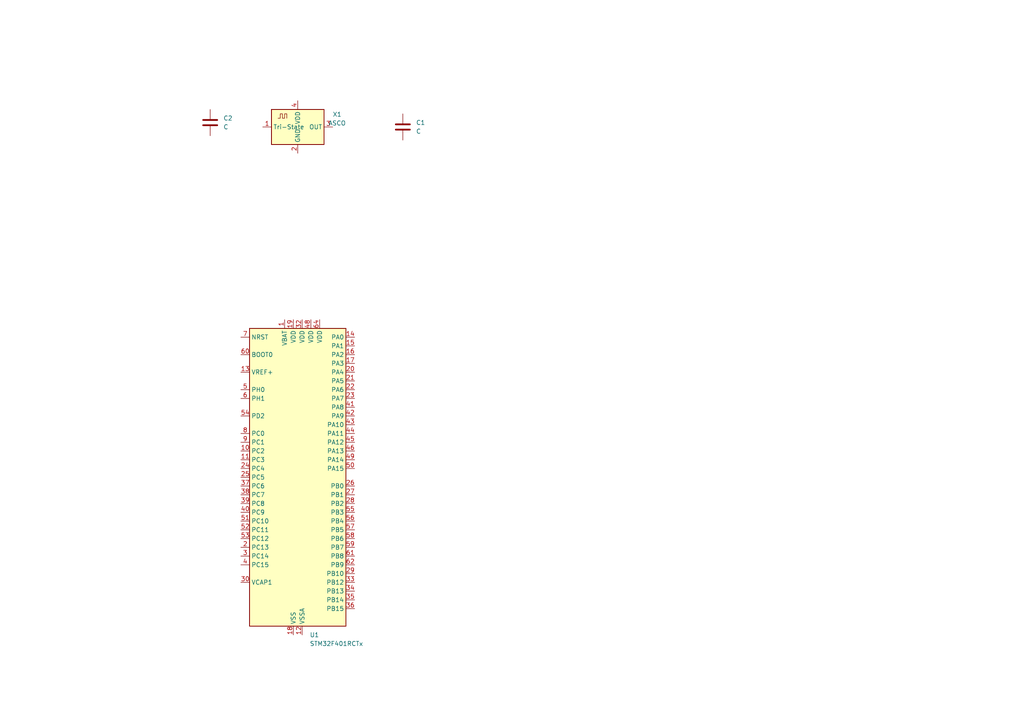
<source format=kicad_sch>
(kicad_sch
	(version 20231120)
	(generator "eeschema")
	(generator_version "8.0")
	(uuid "137c9f90-b510-4fed-bb2b-9c3b237f8a02")
	(paper "A4")
	(lib_symbols
		(symbol "Device:C"
			(pin_numbers hide)
			(pin_names
				(offset 0.254)
			)
			(exclude_from_sim no)
			(in_bom yes)
			(on_board yes)
			(property "Reference" "C"
				(at 0.635 2.54 0)
				(effects
					(font
						(size 1.27 1.27)
					)
					(justify left)
				)
			)
			(property "Value" "C"
				(at 0.635 -2.54 0)
				(effects
					(font
						(size 1.27 1.27)
					)
					(justify left)
				)
			)
			(property "Footprint" ""
				(at 0.9652 -3.81 0)
				(effects
					(font
						(size 1.27 1.27)
					)
					(hide yes)
				)
			)
			(property "Datasheet" "~"
				(at 0 0 0)
				(effects
					(font
						(size 1.27 1.27)
					)
					(hide yes)
				)
			)
			(property "Description" "Unpolarized capacitor"
				(at 0 0 0)
				(effects
					(font
						(size 1.27 1.27)
					)
					(hide yes)
				)
			)
			(property "ki_keywords" "cap capacitor"
				(at 0 0 0)
				(effects
					(font
						(size 1.27 1.27)
					)
					(hide yes)
				)
			)
			(property "ki_fp_filters" "C_*"
				(at 0 0 0)
				(effects
					(font
						(size 1.27 1.27)
					)
					(hide yes)
				)
			)
			(symbol "C_0_1"
				(polyline
					(pts
						(xy -2.032 -0.762) (xy 2.032 -0.762)
					)
					(stroke
						(width 0.508)
						(type default)
					)
					(fill
						(type none)
					)
				)
				(polyline
					(pts
						(xy -2.032 0.762) (xy 2.032 0.762)
					)
					(stroke
						(width 0.508)
						(type default)
					)
					(fill
						(type none)
					)
				)
			)
			(symbol "C_1_1"
				(pin passive line
					(at 0 3.81 270)
					(length 2.794)
					(name "~"
						(effects
							(font
								(size 1.27 1.27)
							)
						)
					)
					(number "1"
						(effects
							(font
								(size 1.27 1.27)
							)
						)
					)
				)
				(pin passive line
					(at 0 -3.81 90)
					(length 2.794)
					(name "~"
						(effects
							(font
								(size 1.27 1.27)
							)
						)
					)
					(number "2"
						(effects
							(font
								(size 1.27 1.27)
							)
						)
					)
				)
			)
		)
		(symbol "MCU_ST_STM32F4:STM32F401RCTx"
			(exclude_from_sim no)
			(in_bom yes)
			(on_board yes)
			(property "Reference" "U"
				(at -12.7 44.45 0)
				(effects
					(font
						(size 1.27 1.27)
					)
					(justify left)
				)
			)
			(property "Value" "STM32F401RCTx"
				(at 10.16 44.45 0)
				(effects
					(font
						(size 1.27 1.27)
					)
					(justify left)
				)
			)
			(property "Footprint" "Package_QFP:LQFP-64_10x10mm_P0.5mm"
				(at -12.7 -43.18 0)
				(effects
					(font
						(size 1.27 1.27)
					)
					(justify right)
					(hide yes)
				)
			)
			(property "Datasheet" "https://www.st.com/resource/en/datasheet/stm32f401rc.pdf"
				(at 0 0 0)
				(effects
					(font
						(size 1.27 1.27)
					)
					(hide yes)
				)
			)
			(property "Description" "STMicroelectronics Arm Cortex-M4 MCU, 256KB flash, 64KB RAM, 84 MHz, 1.7-3.6V, 50 GPIO, LQFP64"
				(at 0 0 0)
				(effects
					(font
						(size 1.27 1.27)
					)
					(hide yes)
				)
			)
			(property "ki_locked" ""
				(at 0 0 0)
				(effects
					(font
						(size 1.27 1.27)
					)
				)
			)
			(property "ki_keywords" "Arm Cortex-M4 STM32F4 STM32F401"
				(at 0 0 0)
				(effects
					(font
						(size 1.27 1.27)
					)
					(hide yes)
				)
			)
			(property "ki_fp_filters" "LQFP*10x10mm*P0.5mm*"
				(at 0 0 0)
				(effects
					(font
						(size 1.27 1.27)
					)
					(hide yes)
				)
			)
			(symbol "STM32F401RCTx_0_1"
				(rectangle
					(start -12.7 -43.18)
					(end 15.24 43.18)
					(stroke
						(width 0.254)
						(type default)
					)
					(fill
						(type background)
					)
				)
			)
			(symbol "STM32F401RCTx_1_1"
				(pin power_in line
					(at -2.54 45.72 270)
					(length 2.54)
					(name "VBAT"
						(effects
							(font
								(size 1.27 1.27)
							)
						)
					)
					(number "1"
						(effects
							(font
								(size 1.27 1.27)
							)
						)
					)
				)
				(pin bidirectional line
					(at -15.24 7.62 0)
					(length 2.54)
					(name "PC2"
						(effects
							(font
								(size 1.27 1.27)
							)
						)
					)
					(number "10"
						(effects
							(font
								(size 1.27 1.27)
							)
						)
					)
					(alternate "ADC1_IN12" bidirectional line)
					(alternate "I2S2_ext_SD" bidirectional line)
					(alternate "SPI2_MISO" bidirectional line)
				)
				(pin bidirectional line
					(at -15.24 5.08 0)
					(length 2.54)
					(name "PC3"
						(effects
							(font
								(size 1.27 1.27)
							)
						)
					)
					(number "11"
						(effects
							(font
								(size 1.27 1.27)
							)
						)
					)
					(alternate "ADC1_IN13" bidirectional line)
					(alternate "I2S2_SD" bidirectional line)
					(alternate "SPI2_MOSI" bidirectional line)
				)
				(pin power_in line
					(at 2.54 -45.72 90)
					(length 2.54)
					(name "VSSA"
						(effects
							(font
								(size 1.27 1.27)
							)
						)
					)
					(number "12"
						(effects
							(font
								(size 1.27 1.27)
							)
						)
					)
				)
				(pin input line
					(at -15.24 30.48 0)
					(length 2.54)
					(name "VREF+"
						(effects
							(font
								(size 1.27 1.27)
							)
						)
					)
					(number "13"
						(effects
							(font
								(size 1.27 1.27)
							)
						)
					)
				)
				(pin bidirectional line
					(at 17.78 40.64 180)
					(length 2.54)
					(name "PA0"
						(effects
							(font
								(size 1.27 1.27)
							)
						)
					)
					(number "14"
						(effects
							(font
								(size 1.27 1.27)
							)
						)
					)
					(alternate "ADC1_IN0" bidirectional line)
					(alternate "SYS_WKUP" bidirectional line)
					(alternate "TIM2_CH1" bidirectional line)
					(alternate "TIM2_ETR" bidirectional line)
					(alternate "TIM5_CH1" bidirectional line)
					(alternate "USART2_CTS" bidirectional line)
				)
				(pin bidirectional line
					(at 17.78 38.1 180)
					(length 2.54)
					(name "PA1"
						(effects
							(font
								(size 1.27 1.27)
							)
						)
					)
					(number "15"
						(effects
							(font
								(size 1.27 1.27)
							)
						)
					)
					(alternate "ADC1_IN1" bidirectional line)
					(alternate "TIM2_CH2" bidirectional line)
					(alternate "TIM5_CH2" bidirectional line)
					(alternate "USART2_RTS" bidirectional line)
				)
				(pin bidirectional line
					(at 17.78 35.56 180)
					(length 2.54)
					(name "PA2"
						(effects
							(font
								(size 1.27 1.27)
							)
						)
					)
					(number "16"
						(effects
							(font
								(size 1.27 1.27)
							)
						)
					)
					(alternate "ADC1_IN2" bidirectional line)
					(alternate "TIM2_CH3" bidirectional line)
					(alternate "TIM5_CH3" bidirectional line)
					(alternate "TIM9_CH1" bidirectional line)
					(alternate "USART2_TX" bidirectional line)
				)
				(pin bidirectional line
					(at 17.78 33.02 180)
					(length 2.54)
					(name "PA3"
						(effects
							(font
								(size 1.27 1.27)
							)
						)
					)
					(number "17"
						(effects
							(font
								(size 1.27 1.27)
							)
						)
					)
					(alternate "ADC1_IN3" bidirectional line)
					(alternate "TIM2_CH4" bidirectional line)
					(alternate "TIM5_CH4" bidirectional line)
					(alternate "TIM9_CH2" bidirectional line)
					(alternate "USART2_RX" bidirectional line)
				)
				(pin power_in line
					(at 0 -45.72 90)
					(length 2.54)
					(name "VSS"
						(effects
							(font
								(size 1.27 1.27)
							)
						)
					)
					(number "18"
						(effects
							(font
								(size 1.27 1.27)
							)
						)
					)
				)
				(pin power_in line
					(at 0 45.72 270)
					(length 2.54)
					(name "VDD"
						(effects
							(font
								(size 1.27 1.27)
							)
						)
					)
					(number "19"
						(effects
							(font
								(size 1.27 1.27)
							)
						)
					)
				)
				(pin bidirectional line
					(at -15.24 -20.32 0)
					(length 2.54)
					(name "PC13"
						(effects
							(font
								(size 1.27 1.27)
							)
						)
					)
					(number "2"
						(effects
							(font
								(size 1.27 1.27)
							)
						)
					)
					(alternate "RTC_AF1" bidirectional line)
				)
				(pin bidirectional line
					(at 17.78 30.48 180)
					(length 2.54)
					(name "PA4"
						(effects
							(font
								(size 1.27 1.27)
							)
						)
					)
					(number "20"
						(effects
							(font
								(size 1.27 1.27)
							)
						)
					)
					(alternate "ADC1_IN4" bidirectional line)
					(alternate "I2S3_WS" bidirectional line)
					(alternate "SPI1_NSS" bidirectional line)
					(alternate "SPI3_NSS" bidirectional line)
					(alternate "USART2_CK" bidirectional line)
				)
				(pin bidirectional line
					(at 17.78 27.94 180)
					(length 2.54)
					(name "PA5"
						(effects
							(font
								(size 1.27 1.27)
							)
						)
					)
					(number "21"
						(effects
							(font
								(size 1.27 1.27)
							)
						)
					)
					(alternate "ADC1_IN5" bidirectional line)
					(alternate "SPI1_SCK" bidirectional line)
					(alternate "TIM2_CH1" bidirectional line)
					(alternate "TIM2_ETR" bidirectional line)
				)
				(pin bidirectional line
					(at 17.78 25.4 180)
					(length 2.54)
					(name "PA6"
						(effects
							(font
								(size 1.27 1.27)
							)
						)
					)
					(number "22"
						(effects
							(font
								(size 1.27 1.27)
							)
						)
					)
					(alternate "ADC1_IN6" bidirectional line)
					(alternate "SPI1_MISO" bidirectional line)
					(alternate "TIM1_BKIN" bidirectional line)
					(alternate "TIM3_CH1" bidirectional line)
				)
				(pin bidirectional line
					(at 17.78 22.86 180)
					(length 2.54)
					(name "PA7"
						(effects
							(font
								(size 1.27 1.27)
							)
						)
					)
					(number "23"
						(effects
							(font
								(size 1.27 1.27)
							)
						)
					)
					(alternate "ADC1_IN7" bidirectional line)
					(alternate "SPI1_MOSI" bidirectional line)
					(alternate "TIM1_CH1N" bidirectional line)
					(alternate "TIM3_CH2" bidirectional line)
				)
				(pin bidirectional line
					(at -15.24 2.54 0)
					(length 2.54)
					(name "PC4"
						(effects
							(font
								(size 1.27 1.27)
							)
						)
					)
					(number "24"
						(effects
							(font
								(size 1.27 1.27)
							)
						)
					)
					(alternate "ADC1_IN14" bidirectional line)
				)
				(pin bidirectional line
					(at -15.24 0 0)
					(length 2.54)
					(name "PC5"
						(effects
							(font
								(size 1.27 1.27)
							)
						)
					)
					(number "25"
						(effects
							(font
								(size 1.27 1.27)
							)
						)
					)
					(alternate "ADC1_IN15" bidirectional line)
				)
				(pin bidirectional line
					(at 17.78 -2.54 180)
					(length 2.54)
					(name "PB0"
						(effects
							(font
								(size 1.27 1.27)
							)
						)
					)
					(number "26"
						(effects
							(font
								(size 1.27 1.27)
							)
						)
					)
					(alternate "ADC1_IN8" bidirectional line)
					(alternate "TIM1_CH2N" bidirectional line)
					(alternate "TIM3_CH3" bidirectional line)
				)
				(pin bidirectional line
					(at 17.78 -5.08 180)
					(length 2.54)
					(name "PB1"
						(effects
							(font
								(size 1.27 1.27)
							)
						)
					)
					(number "27"
						(effects
							(font
								(size 1.27 1.27)
							)
						)
					)
					(alternate "ADC1_IN9" bidirectional line)
					(alternate "TIM1_CH3N" bidirectional line)
					(alternate "TIM3_CH4" bidirectional line)
				)
				(pin bidirectional line
					(at 17.78 -7.62 180)
					(length 2.54)
					(name "PB2"
						(effects
							(font
								(size 1.27 1.27)
							)
						)
					)
					(number "28"
						(effects
							(font
								(size 1.27 1.27)
							)
						)
					)
				)
				(pin bidirectional line
					(at 17.78 -27.94 180)
					(length 2.54)
					(name "PB10"
						(effects
							(font
								(size 1.27 1.27)
							)
						)
					)
					(number "29"
						(effects
							(font
								(size 1.27 1.27)
							)
						)
					)
					(alternate "I2C2_SCL" bidirectional line)
					(alternate "I2S2_CK" bidirectional line)
					(alternate "SPI2_SCK" bidirectional line)
					(alternate "TIM2_CH3" bidirectional line)
				)
				(pin bidirectional line
					(at -15.24 -22.86 0)
					(length 2.54)
					(name "PC14"
						(effects
							(font
								(size 1.27 1.27)
							)
						)
					)
					(number "3"
						(effects
							(font
								(size 1.27 1.27)
							)
						)
					)
					(alternate "RCC_OSC32_IN" bidirectional line)
				)
				(pin power_out line
					(at -15.24 -30.48 0)
					(length 2.54)
					(name "VCAP1"
						(effects
							(font
								(size 1.27 1.27)
							)
						)
					)
					(number "30"
						(effects
							(font
								(size 1.27 1.27)
							)
						)
					)
				)
				(pin passive line
					(at 0 -45.72 90)
					(length 2.54) hide
					(name "VSS"
						(effects
							(font
								(size 1.27 1.27)
							)
						)
					)
					(number "31"
						(effects
							(font
								(size 1.27 1.27)
							)
						)
					)
				)
				(pin power_in line
					(at 2.54 45.72 270)
					(length 2.54)
					(name "VDD"
						(effects
							(font
								(size 1.27 1.27)
							)
						)
					)
					(number "32"
						(effects
							(font
								(size 1.27 1.27)
							)
						)
					)
				)
				(pin bidirectional line
					(at 17.78 -30.48 180)
					(length 2.54)
					(name "PB12"
						(effects
							(font
								(size 1.27 1.27)
							)
						)
					)
					(number "33"
						(effects
							(font
								(size 1.27 1.27)
							)
						)
					)
					(alternate "I2C2_SMBA" bidirectional line)
					(alternate "I2S2_WS" bidirectional line)
					(alternate "SPI2_NSS" bidirectional line)
					(alternate "TIM1_BKIN" bidirectional line)
				)
				(pin bidirectional line
					(at 17.78 -33.02 180)
					(length 2.54)
					(name "PB13"
						(effects
							(font
								(size 1.27 1.27)
							)
						)
					)
					(number "34"
						(effects
							(font
								(size 1.27 1.27)
							)
						)
					)
					(alternate "I2S2_CK" bidirectional line)
					(alternate "SPI2_SCK" bidirectional line)
					(alternate "TIM1_CH1N" bidirectional line)
				)
				(pin bidirectional line
					(at 17.78 -35.56 180)
					(length 2.54)
					(name "PB14"
						(effects
							(font
								(size 1.27 1.27)
							)
						)
					)
					(number "35"
						(effects
							(font
								(size 1.27 1.27)
							)
						)
					)
					(alternate "I2S2_ext_SD" bidirectional line)
					(alternate "SPI2_MISO" bidirectional line)
					(alternate "TIM1_CH2N" bidirectional line)
				)
				(pin bidirectional line
					(at 17.78 -38.1 180)
					(length 2.54)
					(name "PB15"
						(effects
							(font
								(size 1.27 1.27)
							)
						)
					)
					(number "36"
						(effects
							(font
								(size 1.27 1.27)
							)
						)
					)
					(alternate "ADC1_EXTI15" bidirectional line)
					(alternate "I2S2_SD" bidirectional line)
					(alternate "RTC_REFIN" bidirectional line)
					(alternate "SPI2_MOSI" bidirectional line)
					(alternate "TIM1_CH3N" bidirectional line)
				)
				(pin bidirectional line
					(at -15.24 -2.54 0)
					(length 2.54)
					(name "PC6"
						(effects
							(font
								(size 1.27 1.27)
							)
						)
					)
					(number "37"
						(effects
							(font
								(size 1.27 1.27)
							)
						)
					)
					(alternate "I2S2_MCK" bidirectional line)
					(alternate "SDIO_D6" bidirectional line)
					(alternate "TIM3_CH1" bidirectional line)
					(alternate "USART6_TX" bidirectional line)
				)
				(pin bidirectional line
					(at -15.24 -5.08 0)
					(length 2.54)
					(name "PC7"
						(effects
							(font
								(size 1.27 1.27)
							)
						)
					)
					(number "38"
						(effects
							(font
								(size 1.27 1.27)
							)
						)
					)
					(alternate "I2S3_MCK" bidirectional line)
					(alternate "SDIO_D7" bidirectional line)
					(alternate "TIM3_CH2" bidirectional line)
					(alternate "USART6_RX" bidirectional line)
				)
				(pin bidirectional line
					(at -15.24 -7.62 0)
					(length 2.54)
					(name "PC8"
						(effects
							(font
								(size 1.27 1.27)
							)
						)
					)
					(number "39"
						(effects
							(font
								(size 1.27 1.27)
							)
						)
					)
					(alternate "SDIO_D0" bidirectional line)
					(alternate "TIM3_CH3" bidirectional line)
					(alternate "USART6_CK" bidirectional line)
				)
				(pin bidirectional line
					(at -15.24 -25.4 0)
					(length 2.54)
					(name "PC15"
						(effects
							(font
								(size 1.27 1.27)
							)
						)
					)
					(number "4"
						(effects
							(font
								(size 1.27 1.27)
							)
						)
					)
					(alternate "ADC1_EXTI15" bidirectional line)
					(alternate "RCC_OSC32_OUT" bidirectional line)
				)
				(pin bidirectional line
					(at -15.24 -10.16 0)
					(length 2.54)
					(name "PC9"
						(effects
							(font
								(size 1.27 1.27)
							)
						)
					)
					(number "40"
						(effects
							(font
								(size 1.27 1.27)
							)
						)
					)
					(alternate "I2C3_SDA" bidirectional line)
					(alternate "I2S_CKIN" bidirectional line)
					(alternate "RCC_MCO_2" bidirectional line)
					(alternate "SDIO_D1" bidirectional line)
					(alternate "TIM3_CH4" bidirectional line)
				)
				(pin bidirectional line
					(at 17.78 20.32 180)
					(length 2.54)
					(name "PA8"
						(effects
							(font
								(size 1.27 1.27)
							)
						)
					)
					(number "41"
						(effects
							(font
								(size 1.27 1.27)
							)
						)
					)
					(alternate "I2C3_SCL" bidirectional line)
					(alternate "RCC_MCO_1" bidirectional line)
					(alternate "TIM1_CH1" bidirectional line)
					(alternate "USART1_CK" bidirectional line)
					(alternate "USB_OTG_FS_SOF" bidirectional line)
				)
				(pin bidirectional line
					(at 17.78 17.78 180)
					(length 2.54)
					(name "PA9"
						(effects
							(font
								(size 1.27 1.27)
							)
						)
					)
					(number "42"
						(effects
							(font
								(size 1.27 1.27)
							)
						)
					)
					(alternate "I2C3_SMBA" bidirectional line)
					(alternate "TIM1_CH2" bidirectional line)
					(alternate "USART1_TX" bidirectional line)
					(alternate "USB_OTG_FS_VBUS" bidirectional line)
				)
				(pin bidirectional line
					(at 17.78 15.24 180)
					(length 2.54)
					(name "PA10"
						(effects
							(font
								(size 1.27 1.27)
							)
						)
					)
					(number "43"
						(effects
							(font
								(size 1.27 1.27)
							)
						)
					)
					(alternate "TIM1_CH3" bidirectional line)
					(alternate "USART1_RX" bidirectional line)
					(alternate "USB_OTG_FS_ID" bidirectional line)
				)
				(pin bidirectional line
					(at 17.78 12.7 180)
					(length 2.54)
					(name "PA11"
						(effects
							(font
								(size 1.27 1.27)
							)
						)
					)
					(number "44"
						(effects
							(font
								(size 1.27 1.27)
							)
						)
					)
					(alternate "ADC1_EXTI11" bidirectional line)
					(alternate "TIM1_CH4" bidirectional line)
					(alternate "USART1_CTS" bidirectional line)
					(alternate "USART6_TX" bidirectional line)
					(alternate "USB_OTG_FS_DM" bidirectional line)
				)
				(pin bidirectional line
					(at 17.78 10.16 180)
					(length 2.54)
					(name "PA12"
						(effects
							(font
								(size 1.27 1.27)
							)
						)
					)
					(number "45"
						(effects
							(font
								(size 1.27 1.27)
							)
						)
					)
					(alternate "TIM1_ETR" bidirectional line)
					(alternate "USART1_RTS" bidirectional line)
					(alternate "USART6_RX" bidirectional line)
					(alternate "USB_OTG_FS_DP" bidirectional line)
				)
				(pin bidirectional line
					(at 17.78 7.62 180)
					(length 2.54)
					(name "PA13"
						(effects
							(font
								(size 1.27 1.27)
							)
						)
					)
					(number "46"
						(effects
							(font
								(size 1.27 1.27)
							)
						)
					)
					(alternate "SYS_JTMS-SWDIO" bidirectional line)
				)
				(pin passive line
					(at 0 -45.72 90)
					(length 2.54) hide
					(name "VSS"
						(effects
							(font
								(size 1.27 1.27)
							)
						)
					)
					(number "47"
						(effects
							(font
								(size 1.27 1.27)
							)
						)
					)
				)
				(pin power_in line
					(at 5.08 45.72 270)
					(length 2.54)
					(name "VDD"
						(effects
							(font
								(size 1.27 1.27)
							)
						)
					)
					(number "48"
						(effects
							(font
								(size 1.27 1.27)
							)
						)
					)
				)
				(pin bidirectional line
					(at 17.78 5.08 180)
					(length 2.54)
					(name "PA14"
						(effects
							(font
								(size 1.27 1.27)
							)
						)
					)
					(number "49"
						(effects
							(font
								(size 1.27 1.27)
							)
						)
					)
					(alternate "SYS_JTCK-SWCLK" bidirectional line)
				)
				(pin bidirectional line
					(at -15.24 25.4 0)
					(length 2.54)
					(name "PH0"
						(effects
							(font
								(size 1.27 1.27)
							)
						)
					)
					(number "5"
						(effects
							(font
								(size 1.27 1.27)
							)
						)
					)
					(alternate "RCC_OSC_IN" bidirectional line)
				)
				(pin bidirectional line
					(at 17.78 2.54 180)
					(length 2.54)
					(name "PA15"
						(effects
							(font
								(size 1.27 1.27)
							)
						)
					)
					(number "50"
						(effects
							(font
								(size 1.27 1.27)
							)
						)
					)
					(alternate "ADC1_EXTI15" bidirectional line)
					(alternate "I2S3_WS" bidirectional line)
					(alternate "SPI1_NSS" bidirectional line)
					(alternate "SPI3_NSS" bidirectional line)
					(alternate "SYS_JTDI" bidirectional line)
					(alternate "TIM2_CH1" bidirectional line)
					(alternate "TIM2_ETR" bidirectional line)
				)
				(pin bidirectional line
					(at -15.24 -12.7 0)
					(length 2.54)
					(name "PC10"
						(effects
							(font
								(size 1.27 1.27)
							)
						)
					)
					(number "51"
						(effects
							(font
								(size 1.27 1.27)
							)
						)
					)
					(alternate "I2S3_CK" bidirectional line)
					(alternate "SDIO_D2" bidirectional line)
					(alternate "SPI3_SCK" bidirectional line)
				)
				(pin bidirectional line
					(at -15.24 -15.24 0)
					(length 2.54)
					(name "PC11"
						(effects
							(font
								(size 1.27 1.27)
							)
						)
					)
					(number "52"
						(effects
							(font
								(size 1.27 1.27)
							)
						)
					)
					(alternate "ADC1_EXTI11" bidirectional line)
					(alternate "I2S3_ext_SD" bidirectional line)
					(alternate "SDIO_D3" bidirectional line)
					(alternate "SPI3_MISO" bidirectional line)
				)
				(pin bidirectional line
					(at -15.24 -17.78 0)
					(length 2.54)
					(name "PC12"
						(effects
							(font
								(size 1.27 1.27)
							)
						)
					)
					(number "53"
						(effects
							(font
								(size 1.27 1.27)
							)
						)
					)
					(alternate "I2S3_SD" bidirectional line)
					(alternate "SDIO_CK" bidirectional line)
					(alternate "SPI3_MOSI" bidirectional line)
				)
				(pin bidirectional line
					(at -15.24 17.78 0)
					(length 2.54)
					(name "PD2"
						(effects
							(font
								(size 1.27 1.27)
							)
						)
					)
					(number "54"
						(effects
							(font
								(size 1.27 1.27)
							)
						)
					)
					(alternate "SDIO_CMD" bidirectional line)
					(alternate "TIM3_ETR" bidirectional line)
				)
				(pin bidirectional line
					(at 17.78 -10.16 180)
					(length 2.54)
					(name "PB3"
						(effects
							(font
								(size 1.27 1.27)
							)
						)
					)
					(number "55"
						(effects
							(font
								(size 1.27 1.27)
							)
						)
					)
					(alternate "I2C2_SDA" bidirectional line)
					(alternate "I2S3_CK" bidirectional line)
					(alternate "SPI1_SCK" bidirectional line)
					(alternate "SPI3_SCK" bidirectional line)
					(alternate "SYS_JTDO-SWO" bidirectional line)
					(alternate "TIM2_CH2" bidirectional line)
				)
				(pin bidirectional line
					(at 17.78 -12.7 180)
					(length 2.54)
					(name "PB4"
						(effects
							(font
								(size 1.27 1.27)
							)
						)
					)
					(number "56"
						(effects
							(font
								(size 1.27 1.27)
							)
						)
					)
					(alternate "I2C3_SDA" bidirectional line)
					(alternate "I2S3_ext_SD" bidirectional line)
					(alternate "SPI1_MISO" bidirectional line)
					(alternate "SPI3_MISO" bidirectional line)
					(alternate "SYS_JTRST" bidirectional line)
					(alternate "TIM3_CH1" bidirectional line)
				)
				(pin bidirectional line
					(at 17.78 -15.24 180)
					(length 2.54)
					(name "PB5"
						(effects
							(font
								(size 1.27 1.27)
							)
						)
					)
					(number "57"
						(effects
							(font
								(size 1.27 1.27)
							)
						)
					)
					(alternate "I2C1_SMBA" bidirectional line)
					(alternate "I2S3_SD" bidirectional line)
					(alternate "SPI1_MOSI" bidirectional line)
					(alternate "SPI3_MOSI" bidirectional line)
					(alternate "TIM3_CH2" bidirectional line)
				)
				(pin bidirectional line
					(at 17.78 -17.78 180)
					(length 2.54)
					(name "PB6"
						(effects
							(font
								(size 1.27 1.27)
							)
						)
					)
					(number "58"
						(effects
							(font
								(size 1.27 1.27)
							)
						)
					)
					(alternate "I2C1_SCL" bidirectional line)
					(alternate "TIM4_CH1" bidirectional line)
					(alternate "USART1_TX" bidirectional line)
				)
				(pin bidirectional line
					(at 17.78 -20.32 180)
					(length 2.54)
					(name "PB7"
						(effects
							(font
								(size 1.27 1.27)
							)
						)
					)
					(number "59"
						(effects
							(font
								(size 1.27 1.27)
							)
						)
					)
					(alternate "I2C1_SDA" bidirectional line)
					(alternate "TIM4_CH2" bidirectional line)
					(alternate "USART1_RX" bidirectional line)
				)
				(pin bidirectional line
					(at -15.24 22.86 0)
					(length 2.54)
					(name "PH1"
						(effects
							(font
								(size 1.27 1.27)
							)
						)
					)
					(number "6"
						(effects
							(font
								(size 1.27 1.27)
							)
						)
					)
					(alternate "RCC_OSC_OUT" bidirectional line)
				)
				(pin input line
					(at -15.24 35.56 0)
					(length 2.54)
					(name "BOOT0"
						(effects
							(font
								(size 1.27 1.27)
							)
						)
					)
					(number "60"
						(effects
							(font
								(size 1.27 1.27)
							)
						)
					)
				)
				(pin bidirectional line
					(at 17.78 -22.86 180)
					(length 2.54)
					(name "PB8"
						(effects
							(font
								(size 1.27 1.27)
							)
						)
					)
					(number "61"
						(effects
							(font
								(size 1.27 1.27)
							)
						)
					)
					(alternate "I2C1_SCL" bidirectional line)
					(alternate "SDIO_D4" bidirectional line)
					(alternate "TIM10_CH1" bidirectional line)
					(alternate "TIM4_CH3" bidirectional line)
				)
				(pin bidirectional line
					(at 17.78 -25.4 180)
					(length 2.54)
					(name "PB9"
						(effects
							(font
								(size 1.27 1.27)
							)
						)
					)
					(number "62"
						(effects
							(font
								(size 1.27 1.27)
							)
						)
					)
					(alternate "I2C1_SDA" bidirectional line)
					(alternate "I2S2_WS" bidirectional line)
					(alternate "SDIO_D5" bidirectional line)
					(alternate "SPI2_NSS" bidirectional line)
					(alternate "TIM11_CH1" bidirectional line)
					(alternate "TIM4_CH4" bidirectional line)
				)
				(pin passive line
					(at 0 -45.72 90)
					(length 2.54) hide
					(name "VSS"
						(effects
							(font
								(size 1.27 1.27)
							)
						)
					)
					(number "63"
						(effects
							(font
								(size 1.27 1.27)
							)
						)
					)
				)
				(pin power_in line
					(at 7.62 45.72 270)
					(length 2.54)
					(name "VDD"
						(effects
							(font
								(size 1.27 1.27)
							)
						)
					)
					(number "64"
						(effects
							(font
								(size 1.27 1.27)
							)
						)
					)
				)
				(pin input line
					(at -15.24 40.64 0)
					(length 2.54)
					(name "NRST"
						(effects
							(font
								(size 1.27 1.27)
							)
						)
					)
					(number "7"
						(effects
							(font
								(size 1.27 1.27)
							)
						)
					)
				)
				(pin bidirectional line
					(at -15.24 12.7 0)
					(length 2.54)
					(name "PC0"
						(effects
							(font
								(size 1.27 1.27)
							)
						)
					)
					(number "8"
						(effects
							(font
								(size 1.27 1.27)
							)
						)
					)
					(alternate "ADC1_IN10" bidirectional line)
				)
				(pin bidirectional line
					(at -15.24 10.16 0)
					(length 2.54)
					(name "PC1"
						(effects
							(font
								(size 1.27 1.27)
							)
						)
					)
					(number "9"
						(effects
							(font
								(size 1.27 1.27)
							)
						)
					)
					(alternate "ADC1_IN11" bidirectional line)
				)
			)
		)
		(symbol "Oscillator:ASCO"
			(exclude_from_sim no)
			(in_bom yes)
			(on_board yes)
			(property "Reference" "X"
				(at -7.62 6.35 0)
				(effects
					(font
						(size 1.27 1.27)
					)
					(justify left)
				)
			)
			(property "Value" "ASCO"
				(at 1.27 -6.35 0)
				(effects
					(font
						(size 1.27 1.27)
					)
					(justify left)
				)
			)
			(property "Footprint" "Oscillator:Oscillator_SMD_Abracon_ASCO-4Pin_1.6x1.2mm"
				(at 2.54 -8.89 0)
				(effects
					(font
						(size 1.27 1.27)
					)
					(hide yes)
				)
			)
			(property "Datasheet" "https://abracon.com/Oscillators/ASCO.pdf"
				(at -5.715 3.175 0)
				(effects
					(font
						(size 1.27 1.27)
					)
					(hide yes)
				)
			)
			(property "Description" "Crystal Clock Oscillator, Abracon ASCO"
				(at 0 0 0)
				(effects
					(font
						(size 1.27 1.27)
					)
					(hide yes)
				)
			)
			(property "ki_keywords" "Crystal Clock Oscillator"
				(at 0 0 0)
				(effects
					(font
						(size 1.27 1.27)
					)
					(hide yes)
				)
			)
			(property "ki_fp_filters" "Oscillator*Abracon*ASCO*1.6x1.2mm*"
				(at 0 0 0)
				(effects
					(font
						(size 1.27 1.27)
					)
					(hide yes)
				)
			)
			(symbol "ASCO_0_1"
				(rectangle
					(start -7.62 5.08)
					(end 7.62 -5.08)
					(stroke
						(width 0.254)
						(type default)
					)
					(fill
						(type background)
					)
				)
				(polyline
					(pts
						(xy -5.715 2.54) (xy -5.08 2.54) (xy -5.08 3.81) (xy -4.445 3.81) (xy -4.445 2.54) (xy -3.81 2.54)
						(xy -3.81 3.81) (xy -3.175 3.81) (xy -3.175 2.54)
					)
					(stroke
						(width 0)
						(type default)
					)
					(fill
						(type none)
					)
				)
			)
			(symbol "ASCO_1_1"
				(pin input line
					(at -10.16 0 0)
					(length 2.54)
					(name "Tri-State"
						(effects
							(font
								(size 1.27 1.27)
							)
						)
					)
					(number "1"
						(effects
							(font
								(size 1.27 1.27)
							)
						)
					)
				)
				(pin power_in line
					(at 0 -7.62 90)
					(length 2.54)
					(name "GND"
						(effects
							(font
								(size 1.27 1.27)
							)
						)
					)
					(number "2"
						(effects
							(font
								(size 1.27 1.27)
							)
						)
					)
				)
				(pin output line
					(at 10.16 0 180)
					(length 2.54)
					(name "OUT"
						(effects
							(font
								(size 1.27 1.27)
							)
						)
					)
					(number "3"
						(effects
							(font
								(size 1.27 1.27)
							)
						)
					)
				)
				(pin power_in line
					(at 0 7.62 270)
					(length 2.54)
					(name "VDD"
						(effects
							(font
								(size 1.27 1.27)
							)
						)
					)
					(number "4"
						(effects
							(font
								(size 1.27 1.27)
							)
						)
					)
				)
			)
		)
	)
	(symbol
		(lib_id "MCU_ST_STM32F4:STM32F401RCTx")
		(at 85.09 138.43 0)
		(unit 1)
		(exclude_from_sim no)
		(in_bom yes)
		(on_board yes)
		(dnp no)
		(fields_autoplaced yes)
		(uuid "339bd367-1ec0-458c-8e27-0a1b1c06169e")
		(property "Reference" "U1"
			(at 89.8241 184.15 0)
			(effects
				(font
					(size 1.27 1.27)
				)
				(justify left)
			)
		)
		(property "Value" "STM32F401RCTx"
			(at 89.8241 186.69 0)
			(effects
				(font
					(size 1.27 1.27)
				)
				(justify left)
			)
		)
		(property "Footprint" "Package_QFP:LQFP-64_10x10mm_P0.5mm"
			(at 72.39 181.61 0)
			(effects
				(font
					(size 1.27 1.27)
				)
				(justify right)
				(hide yes)
			)
		)
		(property "Datasheet" "https://www.st.com/resource/en/datasheet/stm32f401rc.pdf"
			(at 85.09 138.43 0)
			(effects
				(font
					(size 1.27 1.27)
				)
				(hide yes)
			)
		)
		(property "Description" "STMicroelectronics Arm Cortex-M4 MCU, 256KB flash, 64KB RAM, 84 MHz, 1.7-3.6V, 50 GPIO, LQFP64"
			(at 85.09 138.43 0)
			(effects
				(font
					(size 1.27 1.27)
				)
				(hide yes)
			)
		)
		(pin "36"
			(uuid "9992f3b4-a62d-4502-9197-dfc04fe7ef9d")
		)
		(pin "37"
			(uuid "f9ba062d-300b-44ac-bfd6-7c1c3851fff2")
		)
		(pin "14"
			(uuid "19ea3bb6-2c6f-421b-902b-0aa5226bd925")
		)
		(pin "38"
			(uuid "4eabe8f7-17f3-4af3-8740-d55aad00a6b7")
		)
		(pin "39"
			(uuid "c6940954-bd2b-4d78-bd83-1c934c2ff66c")
		)
		(pin "4"
			(uuid "06c78041-4744-4bfe-b0b7-8bba01bbf498")
		)
		(pin "40"
			(uuid "4f57581b-22aa-498d-b38a-fafea066b525")
		)
		(pin "41"
			(uuid "09cb4573-cb3f-4be7-be27-edade36d1b0c")
		)
		(pin "33"
			(uuid "a1299811-e147-492d-bb57-1e9ac8ee536d")
		)
		(pin "25"
			(uuid "a350d38b-3593-4412-a607-d37603ae1adc")
		)
		(pin "3"
			(uuid "72ec4a07-82fa-41a4-84a8-8275eb7db7cc")
		)
		(pin "10"
			(uuid "1647f3c4-8e5d-4e74-abcf-c713ff4dd57e")
		)
		(pin "17"
			(uuid "4cf04d25-dee0-449d-9390-4f3c93c28f4c")
		)
		(pin "19"
			(uuid "b1cae8d1-dc34-4698-bebb-f2909e641d40")
		)
		(pin "1"
			(uuid "e9ac32d7-7956-4f0e-942d-260c6e461c43")
		)
		(pin "13"
			(uuid "473f49d0-ba3c-4f3d-8695-f11df7b06721")
		)
		(pin "20"
			(uuid "c47afa48-e746-43d4-bd1a-a8d7464a7d78")
		)
		(pin "12"
			(uuid "791d2e04-8161-4e2b-ab9f-871c11d710e2")
		)
		(pin "21"
			(uuid "44d74f5a-0475-4d5f-9c9e-4b9fac53c92d")
		)
		(pin "2"
			(uuid "fc4ec1c6-1424-449a-a375-a2bcd8a9145b")
		)
		(pin "28"
			(uuid "215b93af-ae5d-40e9-b4b6-15b4b591afd4")
		)
		(pin "29"
			(uuid "5ad4c1fd-e355-457a-b9af-93d23bc6f486")
		)
		(pin "24"
			(uuid "a4abeb53-417a-4b8e-995c-7234c48fc292")
		)
		(pin "15"
			(uuid "62351e65-ad3a-4123-9f44-f780ea23c7b0")
		)
		(pin "22"
			(uuid "a8908ca1-eb1d-4579-8922-8e7fd8d29847")
		)
		(pin "11"
			(uuid "1ddf778d-b3bd-4671-b98d-aaddfa85b555")
		)
		(pin "23"
			(uuid "28df8778-c67c-4ceb-8ca9-a286a64f43e8")
		)
		(pin "18"
			(uuid "02a7eab5-2e8c-44ec-a3bd-3c647c52f582")
		)
		(pin "30"
			(uuid "4ba49a55-a349-4da0-9d60-6566387c4f63")
		)
		(pin "31"
			(uuid "04fcd47c-b971-4f0d-975b-0505db810267")
		)
		(pin "32"
			(uuid "c837040f-bba5-4a99-b1bb-1d19e01bbbd8")
		)
		(pin "34"
			(uuid "b4930494-a0a1-4235-afae-4acb86423ed3")
		)
		(pin "16"
			(uuid "14d7e716-51e0-42db-b5ed-d0aba7319acf")
		)
		(pin "26"
			(uuid "c4deaad6-897b-4980-b823-13aca42a9501")
		)
		(pin "35"
			(uuid "3a22c7e2-08ee-4e5f-bf52-713c36d3b93f")
		)
		(pin "27"
			(uuid "33c3c28e-7120-460d-8f2c-8241eb93016a")
		)
		(pin "49"
			(uuid "3613f239-b44d-4769-8929-c7c901afafbb")
		)
		(pin "60"
			(uuid "557d50ff-faae-4581-abfd-48b927befdba")
		)
		(pin "45"
			(uuid "7f4e66e0-5cd9-4860-adc8-28520484dbc2")
		)
		(pin "51"
			(uuid "52e87da3-fa65-4cd5-9b01-08b6149df54a")
		)
		(pin "52"
			(uuid "3b177127-f14f-4688-9b09-1cc10b042e3e")
		)
		(pin "8"
			(uuid "b6ff86e7-98a8-4268-b04e-14b5ade4362d")
		)
		(pin "46"
			(uuid "59c6f32a-2fbf-4593-882b-afafed2679ed")
		)
		(pin "5"
			(uuid "1743daab-f189-4ef6-aa16-26e40150b004")
		)
		(pin "7"
			(uuid "64dbb201-7248-4e92-a8e6-50c51ad7376b")
		)
		(pin "54"
			(uuid "94e5ae39-2a1c-4a1a-9e5b-59166340969b")
		)
		(pin "47"
			(uuid "103a98ce-d4f8-4f2d-89d6-6f3a425c41ce")
		)
		(pin "48"
			(uuid "392a4804-42c7-4b50-b90f-1decc99c9162")
		)
		(pin "56"
			(uuid "c18b0fcc-6ffc-4d67-ae19-2020069660b4")
		)
		(pin "55"
			(uuid "64f8fbab-8659-49cb-97d8-dbf4daa3344d")
		)
		(pin "62"
			(uuid "88bf7d89-12ed-48fc-b7b2-27b7061685bc")
		)
		(pin "50"
			(uuid "724bebb6-a41f-4cdf-bcd8-243af11e0950")
		)
		(pin "64"
			(uuid "9ac4f058-38fc-476c-86cd-faff24cb81d4")
		)
		(pin "43"
			(uuid "8a7516e3-e24b-4e0c-acd2-1b04559eeda4")
		)
		(pin "9"
			(uuid "7cacf658-8b43-4b42-8082-bc42da107273")
		)
		(pin "42"
			(uuid "b1b69996-e871-4d91-a5c1-870d1fc14afe")
		)
		(pin "57"
			(uuid "c2c386c4-f57a-40da-8026-62e31efc307c")
		)
		(pin "59"
			(uuid "b3dfda75-0d0e-48f5-8346-0399e8c6af3e")
		)
		(pin "53"
			(uuid "fd6f0fa8-dfb7-471f-ab35-1280cd05720e")
		)
		(pin "58"
			(uuid "f079f321-c084-422b-988f-8799ebfb05d1")
		)
		(pin "6"
			(uuid "a617dc9f-ea58-4bd1-8309-ce3ce51890aa")
		)
		(pin "44"
			(uuid "933359bc-aec9-45ee-90f5-688c64f93f94")
		)
		(pin "61"
			(uuid "05a2f5f5-b354-49a8-a937-0b3b6202df82")
		)
		(pin "63"
			(uuid "d98519fc-2326-4045-9629-bc807374e6c6")
		)
		(instances
			(project "stm32f401v2"
				(path "/137c9f90-b510-4fed-bb2b-9c3b237f8a02"
					(reference "U1")
					(unit 1)
				)
			)
		)
	)
	(symbol
		(lib_id "Device:C")
		(at 116.84 36.83 0)
		(unit 1)
		(exclude_from_sim no)
		(in_bom yes)
		(on_board yes)
		(dnp no)
		(fields_autoplaced yes)
		(uuid "579e6a17-6564-4e18-8c8f-5cb609d49ad5")
		(property "Reference" "C1"
			(at 120.65 35.5599 0)
			(effects
				(font
					(size 1.27 1.27)
				)
				(justify left)
			)
		)
		(property "Value" "C"
			(at 120.65 38.0999 0)
			(effects
				(font
					(size 1.27 1.27)
				)
				(justify left)
			)
		)
		(property "Footprint" "Capacitor_SMD:C_0201_0603Metric"
			(at 117.8052 40.64 0)
			(effects
				(font
					(size 1.27 1.27)
				)
				(hide yes)
			)
		)
		(property "Datasheet" "~"
			(at 116.84 36.83 0)
			(effects
				(font
					(size 1.27 1.27)
				)
				(hide yes)
			)
		)
		(property "Description" "Unpolarized capacitor"
			(at 116.84 36.83 0)
			(effects
				(font
					(size 1.27 1.27)
				)
				(hide yes)
			)
		)
		(pin "2"
			(uuid "a75951bd-b162-44f5-9538-be3592a01b83")
		)
		(pin "1"
			(uuid "bb9ecd50-4a51-440a-9a50-215c31b12fc7")
		)
		(instances
			(project "stm32f401v2"
				(path "/137c9f90-b510-4fed-bb2b-9c3b237f8a02"
					(reference "C1")
					(unit 1)
				)
			)
		)
	)
	(symbol
		(lib_id "Oscillator:ASCO")
		(at 86.36 36.83 0)
		(unit 1)
		(exclude_from_sim no)
		(in_bom yes)
		(on_board yes)
		(dnp no)
		(fields_autoplaced yes)
		(uuid "8d2916ee-0be1-4ee9-b9bc-b49c12c391fa")
		(property "Reference" "X1"
			(at 97.79 33.182 0)
			(effects
				(font
					(size 1.27 1.27)
				)
			)
		)
		(property "Value" "ASCO"
			(at 97.79 35.722 0)
			(effects
				(font
					(size 1.27 1.27)
				)
			)
		)
		(property "Footprint" "Oscillator:Oscillator_SMD_Abracon_ASCO-4Pin_1.6x1.2mm"
			(at 88.9 45.72 0)
			(effects
				(font
					(size 1.27 1.27)
				)
				(hide yes)
			)
		)
		(property "Datasheet" "https://abracon.com/Oscillators/ASCO.pdf"
			(at 80.645 33.655 0)
			(effects
				(font
					(size 1.27 1.27)
				)
				(hide yes)
			)
		)
		(property "Description" "Crystal Clock Oscillator, Abracon ASCO"
			(at 86.36 36.83 0)
			(effects
				(font
					(size 1.27 1.27)
				)
				(hide yes)
			)
		)
		(pin "2"
			(uuid "b5f3b99a-75ed-4e9f-8487-e35280148351")
		)
		(pin "3"
			(uuid "645a555d-414c-4ccf-a033-b78a0e9052a9")
		)
		(pin "1"
			(uuid "c052582b-f1a7-4058-972d-3c68a2735a00")
		)
		(pin "4"
			(uuid "2a23734a-bb37-4d9a-9cc3-86a4f3d1c160")
		)
		(instances
			(project "stm32f401v2"
				(path "/137c9f90-b510-4fed-bb2b-9c3b237f8a02"
					(reference "X1")
					(unit 1)
				)
			)
		)
	)
	(symbol
		(lib_id "Device:C")
		(at 60.96 35.56 0)
		(unit 1)
		(exclude_from_sim no)
		(in_bom yes)
		(on_board yes)
		(dnp no)
		(fields_autoplaced yes)
		(uuid "d8409370-6f43-4286-95a1-4fa3a0063fe0")
		(property "Reference" "C2"
			(at 64.77 34.2899 0)
			(effects
				(font
					(size 1.27 1.27)
				)
				(justify left)
			)
		)
		(property "Value" "C"
			(at 64.77 36.8299 0)
			(effects
				(font
					(size 1.27 1.27)
				)
				(justify left)
			)
		)
		(property "Footprint" "Capacitor_SMD:C_0201_0603Metric"
			(at 61.9252 39.37 0)
			(effects
				(font
					(size 1.27 1.27)
				)
				(hide yes)
			)
		)
		(property "Datasheet" "~"
			(at 60.96 35.56 0)
			(effects
				(font
					(size 1.27 1.27)
				)
				(hide yes)
			)
		)
		(property "Description" "Unpolarized capacitor"
			(at 60.96 35.56 0)
			(effects
				(font
					(size 1.27 1.27)
				)
				(hide yes)
			)
		)
		(pin "1"
			(uuid "67623e74-bf83-4b0b-acb0-c7ad440f05c2")
		)
		(pin "2"
			(uuid "1fb21c1e-ab48-4db4-b3be-f0be3b44cdea")
		)
		(instances
			(project "stm32f401v2"
				(path "/137c9f90-b510-4fed-bb2b-9c3b237f8a02"
					(reference "C2")
					(unit 1)
				)
			)
		)
	)
	(sheet_instances
		(path "/"
			(page "1")
		)
	)
)
</source>
